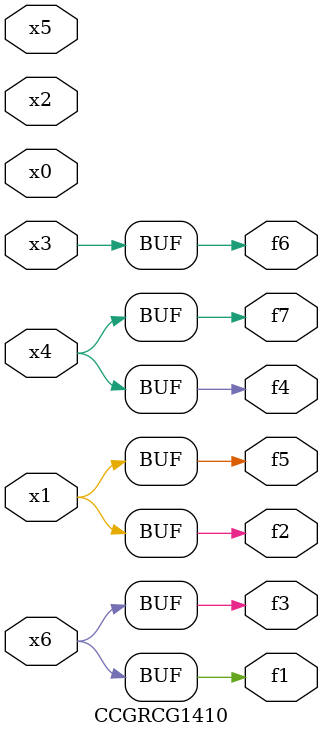
<source format=v>
module CCGRCG1410(
	input x0, x1, x2, x3, x4, x5, x6,
	output f1, f2, f3, f4, f5, f6, f7
);
	assign f1 = x6;
	assign f2 = x1;
	assign f3 = x6;
	assign f4 = x4;
	assign f5 = x1;
	assign f6 = x3;
	assign f7 = x4;
endmodule

</source>
